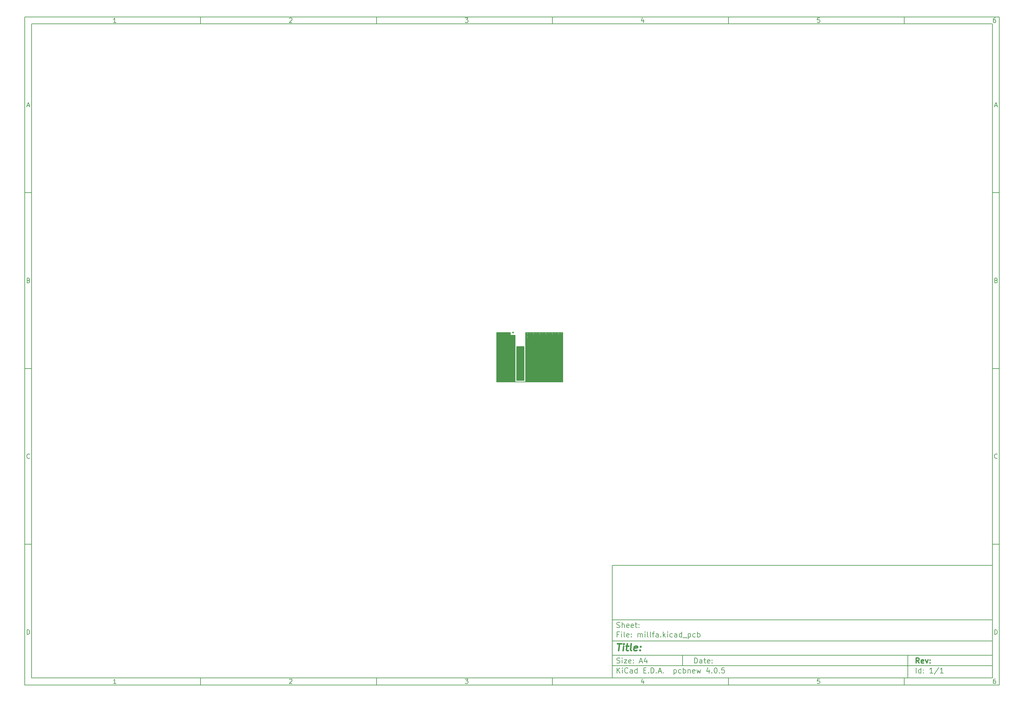
<source format=gbr>
%TF.GenerationSoftware,KiCad,Pcbnew,4.0.5*%
%TF.CreationDate,2017-03-15T23:01:03-07:00*%
%TF.ProjectId,millfa,6D696C6C66612E6B696361645F706362,rev?*%
%TF.FileFunction,Copper,L1,Top,Signal*%
%FSLAX46Y46*%
G04 Gerber Fmt 4.6, Leading zero omitted, Abs format (unit mm)*
G04 Created by KiCad (PCBNEW 4.0.5) date 03/15/17 23:01:03*
%MOMM*%
%LPD*%
G01*
G04 APERTURE LIST*
%ADD10C,0.025400*%
%ADD11C,0.150000*%
%ADD12C,0.300000*%
%ADD13C,0.400000*%
%ADD14C,0.500380*%
%ADD15R,2.290000X5.080000*%
%ADD16R,2.420000X5.080000*%
%ADD17C,0.970000*%
%ADD18R,0.460000X0.890000*%
%ADD19C,0.152400*%
G04 APERTURE END LIST*
D10*
D11*
X32984200Y-52075500D02*
X32984200Y-84075500D01*
X140984200Y-84075500D01*
X140984200Y-52075500D01*
X32984200Y-52075500D01*
D10*
D11*
X-134018000Y103931700D02*
X-134018000Y-86075500D01*
X142984200Y-86075500D01*
X142984200Y103931700D01*
X-134018000Y103931700D01*
D10*
D11*
X-132018000Y101931700D02*
X-132018000Y-84075500D01*
X140984200Y-84075500D01*
X140984200Y101931700D01*
X-132018000Y101931700D01*
D10*
D11*
X-84018000Y101931700D02*
X-84018000Y103931700D01*
D10*
D11*
X-34018000Y101931700D02*
X-34018000Y103931700D01*
D10*
D11*
X15982000Y101931700D02*
X15982000Y103931700D01*
D10*
D11*
X65982000Y101931700D02*
X65982000Y103931700D01*
D10*
D11*
X115982000Y101931700D02*
X115982000Y103931700D01*
D10*
D11*
X-108027524Y102343605D02*
X-108770381Y102343605D01*
X-108398952Y102343605D02*
X-108398952Y103643605D01*
X-108522762Y103457890D01*
X-108646571Y103334081D01*
X-108770381Y103272176D01*
D10*
D11*
X-58770381Y103519795D02*
X-58708476Y103581700D01*
X-58584667Y103643605D01*
X-58275143Y103643605D01*
X-58151333Y103581700D01*
X-58089429Y103519795D01*
X-58027524Y103395986D01*
X-58027524Y103272176D01*
X-58089429Y103086462D01*
X-58832286Y102343605D01*
X-58027524Y102343605D01*
D10*
D11*
X-8832286Y103643605D02*
X-8027524Y103643605D01*
X-8460857Y103148367D01*
X-8275143Y103148367D01*
X-8151333Y103086462D01*
X-8089429Y103024557D01*
X-8027524Y102900748D01*
X-8027524Y102591224D01*
X-8089429Y102467414D01*
X-8151333Y102405510D01*
X-8275143Y102343605D01*
X-8646571Y102343605D01*
X-8770381Y102405510D01*
X-8832286Y102467414D01*
D10*
D11*
X41848667Y103210271D02*
X41848667Y102343605D01*
X41539143Y103705510D02*
X41229619Y102776938D01*
X42034381Y102776938D01*
D10*
D11*
X91910571Y103643605D02*
X91291524Y103643605D01*
X91229619Y103024557D01*
X91291524Y103086462D01*
X91415333Y103148367D01*
X91724857Y103148367D01*
X91848667Y103086462D01*
X91910571Y103024557D01*
X91972476Y102900748D01*
X91972476Y102591224D01*
X91910571Y102467414D01*
X91848667Y102405510D01*
X91724857Y102343605D01*
X91415333Y102343605D01*
X91291524Y102405510D01*
X91229619Y102467414D01*
D10*
D11*
X141848667Y103643605D02*
X141601048Y103643605D01*
X141477238Y103581700D01*
X141415333Y103519795D01*
X141291524Y103334081D01*
X141229619Y103086462D01*
X141229619Y102591224D01*
X141291524Y102467414D01*
X141353429Y102405510D01*
X141477238Y102343605D01*
X141724857Y102343605D01*
X141848667Y102405510D01*
X141910571Y102467414D01*
X141972476Y102591224D01*
X141972476Y102900748D01*
X141910571Y103024557D01*
X141848667Y103086462D01*
X141724857Y103148367D01*
X141477238Y103148367D01*
X141353429Y103086462D01*
X141291524Y103024557D01*
X141229619Y102900748D01*
D10*
D11*
X-84018000Y-84075500D02*
X-84018000Y-86075500D01*
D10*
D11*
X-34018000Y-84075500D02*
X-34018000Y-86075500D01*
D10*
D11*
X15982000Y-84075500D02*
X15982000Y-86075500D01*
D10*
D11*
X65982000Y-84075500D02*
X65982000Y-86075500D01*
D10*
D11*
X115982000Y-84075500D02*
X115982000Y-86075500D01*
D10*
D11*
X-108027524Y-85663595D02*
X-108770381Y-85663595D01*
X-108398952Y-85663595D02*
X-108398952Y-84363595D01*
X-108522762Y-84549310D01*
X-108646571Y-84673119D01*
X-108770381Y-84735024D01*
D10*
D11*
X-58770381Y-84487405D02*
X-58708476Y-84425500D01*
X-58584667Y-84363595D01*
X-58275143Y-84363595D01*
X-58151333Y-84425500D01*
X-58089429Y-84487405D01*
X-58027524Y-84611214D01*
X-58027524Y-84735024D01*
X-58089429Y-84920738D01*
X-58832286Y-85663595D01*
X-58027524Y-85663595D01*
D10*
D11*
X-8832286Y-84363595D02*
X-8027524Y-84363595D01*
X-8460857Y-84858833D01*
X-8275143Y-84858833D01*
X-8151333Y-84920738D01*
X-8089429Y-84982643D01*
X-8027524Y-85106452D01*
X-8027524Y-85415976D01*
X-8089429Y-85539786D01*
X-8151333Y-85601690D01*
X-8275143Y-85663595D01*
X-8646571Y-85663595D01*
X-8770381Y-85601690D01*
X-8832286Y-85539786D01*
D10*
D11*
X41848667Y-84796929D02*
X41848667Y-85663595D01*
X41539143Y-84301690D02*
X41229619Y-85230262D01*
X42034381Y-85230262D01*
D10*
D11*
X91910571Y-84363595D02*
X91291524Y-84363595D01*
X91229619Y-84982643D01*
X91291524Y-84920738D01*
X91415333Y-84858833D01*
X91724857Y-84858833D01*
X91848667Y-84920738D01*
X91910571Y-84982643D01*
X91972476Y-85106452D01*
X91972476Y-85415976D01*
X91910571Y-85539786D01*
X91848667Y-85601690D01*
X91724857Y-85663595D01*
X91415333Y-85663595D01*
X91291524Y-85601690D01*
X91229619Y-85539786D01*
D10*
D11*
X141848667Y-84363595D02*
X141601048Y-84363595D01*
X141477238Y-84425500D01*
X141415333Y-84487405D01*
X141291524Y-84673119D01*
X141229619Y-84920738D01*
X141229619Y-85415976D01*
X141291524Y-85539786D01*
X141353429Y-85601690D01*
X141477238Y-85663595D01*
X141724857Y-85663595D01*
X141848667Y-85601690D01*
X141910571Y-85539786D01*
X141972476Y-85415976D01*
X141972476Y-85106452D01*
X141910571Y-84982643D01*
X141848667Y-84920738D01*
X141724857Y-84858833D01*
X141477238Y-84858833D01*
X141353429Y-84920738D01*
X141291524Y-84982643D01*
X141229619Y-85106452D01*
D10*
D11*
X-134018000Y53931700D02*
X-132018000Y53931700D01*
D10*
D11*
X-134018000Y3931700D02*
X-132018000Y3931700D01*
D10*
D11*
X-134018000Y-46068300D02*
X-132018000Y-46068300D01*
D10*
D11*
X-133327524Y78715033D02*
X-132708476Y78715033D01*
X-133451333Y78343605D02*
X-133018000Y79643605D01*
X-132584667Y78343605D01*
D10*
D11*
X-132925143Y29024557D02*
X-132739429Y28962652D01*
X-132677524Y28900748D01*
X-132615619Y28776938D01*
X-132615619Y28591224D01*
X-132677524Y28467414D01*
X-132739429Y28405510D01*
X-132863238Y28343605D01*
X-133358476Y28343605D01*
X-133358476Y29643605D01*
X-132925143Y29643605D01*
X-132801333Y29581700D01*
X-132739429Y29519795D01*
X-132677524Y29395986D01*
X-132677524Y29272176D01*
X-132739429Y29148367D01*
X-132801333Y29086462D01*
X-132925143Y29024557D01*
X-133358476Y29024557D01*
D10*
D11*
X-132615619Y-21532586D02*
X-132677524Y-21594490D01*
X-132863238Y-21656395D01*
X-132987048Y-21656395D01*
X-133172762Y-21594490D01*
X-133296571Y-21470681D01*
X-133358476Y-21346871D01*
X-133420381Y-21099252D01*
X-133420381Y-20913538D01*
X-133358476Y-20665919D01*
X-133296571Y-20542110D01*
X-133172762Y-20418300D01*
X-132987048Y-20356395D01*
X-132863238Y-20356395D01*
X-132677524Y-20418300D01*
X-132615619Y-20480205D01*
D10*
D11*
X-133358476Y-71656395D02*
X-133358476Y-70356395D01*
X-133048952Y-70356395D01*
X-132863238Y-70418300D01*
X-132739429Y-70542110D01*
X-132677524Y-70665919D01*
X-132615619Y-70913538D01*
X-132615619Y-71099252D01*
X-132677524Y-71346871D01*
X-132739429Y-71470681D01*
X-132863238Y-71594490D01*
X-133048952Y-71656395D01*
X-133358476Y-71656395D01*
D10*
D11*
X142984200Y53931700D02*
X140984200Y53931700D01*
D10*
D11*
X142984200Y3931700D02*
X140984200Y3931700D01*
D10*
D11*
X142984200Y-46068300D02*
X140984200Y-46068300D01*
D10*
D11*
X141674676Y78715033D02*
X142293724Y78715033D01*
X141550867Y78343605D02*
X141984200Y79643605D01*
X142417533Y78343605D01*
D10*
D11*
X142077057Y29024557D02*
X142262771Y28962652D01*
X142324676Y28900748D01*
X142386581Y28776938D01*
X142386581Y28591224D01*
X142324676Y28467414D01*
X142262771Y28405510D01*
X142138962Y28343605D01*
X141643724Y28343605D01*
X141643724Y29643605D01*
X142077057Y29643605D01*
X142200867Y29581700D01*
X142262771Y29519795D01*
X142324676Y29395986D01*
X142324676Y29272176D01*
X142262771Y29148367D01*
X142200867Y29086462D01*
X142077057Y29024557D01*
X141643724Y29024557D01*
D10*
D11*
X142386581Y-21532586D02*
X142324676Y-21594490D01*
X142138962Y-21656395D01*
X142015152Y-21656395D01*
X141829438Y-21594490D01*
X141705629Y-21470681D01*
X141643724Y-21346871D01*
X141581819Y-21099252D01*
X141581819Y-20913538D01*
X141643724Y-20665919D01*
X141705629Y-20542110D01*
X141829438Y-20418300D01*
X142015152Y-20356395D01*
X142138962Y-20356395D01*
X142324676Y-20418300D01*
X142386581Y-20480205D01*
D10*
D11*
X141643724Y-71656395D02*
X141643724Y-70356395D01*
X141953248Y-70356395D01*
X142138962Y-70418300D01*
X142262771Y-70542110D01*
X142324676Y-70665919D01*
X142386581Y-70913538D01*
X142386581Y-71099252D01*
X142324676Y-71346871D01*
X142262771Y-71470681D01*
X142138962Y-71594490D01*
X141953248Y-71656395D01*
X141643724Y-71656395D01*
D10*
D11*
X56341343Y-79854071D02*
X56341343Y-78354071D01*
X56698486Y-78354071D01*
X56912771Y-78425500D01*
X57055629Y-78568357D01*
X57127057Y-78711214D01*
X57198486Y-78996929D01*
X57198486Y-79211214D01*
X57127057Y-79496929D01*
X57055629Y-79639786D01*
X56912771Y-79782643D01*
X56698486Y-79854071D01*
X56341343Y-79854071D01*
X58484200Y-79854071D02*
X58484200Y-79068357D01*
X58412771Y-78925500D01*
X58269914Y-78854071D01*
X57984200Y-78854071D01*
X57841343Y-78925500D01*
X58484200Y-79782643D02*
X58341343Y-79854071D01*
X57984200Y-79854071D01*
X57841343Y-79782643D01*
X57769914Y-79639786D01*
X57769914Y-79496929D01*
X57841343Y-79354071D01*
X57984200Y-79282643D01*
X58341343Y-79282643D01*
X58484200Y-79211214D01*
X58984200Y-78854071D02*
X59555629Y-78854071D01*
X59198486Y-78354071D02*
X59198486Y-79639786D01*
X59269914Y-79782643D01*
X59412772Y-79854071D01*
X59555629Y-79854071D01*
X60627057Y-79782643D02*
X60484200Y-79854071D01*
X60198486Y-79854071D01*
X60055629Y-79782643D01*
X59984200Y-79639786D01*
X59984200Y-79068357D01*
X60055629Y-78925500D01*
X60198486Y-78854071D01*
X60484200Y-78854071D01*
X60627057Y-78925500D01*
X60698486Y-79068357D01*
X60698486Y-79211214D01*
X59984200Y-79354071D01*
X61341343Y-79711214D02*
X61412771Y-79782643D01*
X61341343Y-79854071D01*
X61269914Y-79782643D01*
X61341343Y-79711214D01*
X61341343Y-79854071D01*
X61341343Y-78925500D02*
X61412771Y-78996929D01*
X61341343Y-79068357D01*
X61269914Y-78996929D01*
X61341343Y-78925500D01*
X61341343Y-79068357D01*
D10*
D11*
X32984200Y-80575500D02*
X140984200Y-80575500D01*
D10*
D11*
X34341343Y-82654071D02*
X34341343Y-81154071D01*
X35198486Y-82654071D02*
X34555629Y-81796929D01*
X35198486Y-81154071D02*
X34341343Y-82011214D01*
X35841343Y-82654071D02*
X35841343Y-81654071D01*
X35841343Y-81154071D02*
X35769914Y-81225500D01*
X35841343Y-81296929D01*
X35912771Y-81225500D01*
X35841343Y-81154071D01*
X35841343Y-81296929D01*
X37412772Y-82511214D02*
X37341343Y-82582643D01*
X37127057Y-82654071D01*
X36984200Y-82654071D01*
X36769915Y-82582643D01*
X36627057Y-82439786D01*
X36555629Y-82296929D01*
X36484200Y-82011214D01*
X36484200Y-81796929D01*
X36555629Y-81511214D01*
X36627057Y-81368357D01*
X36769915Y-81225500D01*
X36984200Y-81154071D01*
X37127057Y-81154071D01*
X37341343Y-81225500D01*
X37412772Y-81296929D01*
X38698486Y-82654071D02*
X38698486Y-81868357D01*
X38627057Y-81725500D01*
X38484200Y-81654071D01*
X38198486Y-81654071D01*
X38055629Y-81725500D01*
X38698486Y-82582643D02*
X38555629Y-82654071D01*
X38198486Y-82654071D01*
X38055629Y-82582643D01*
X37984200Y-82439786D01*
X37984200Y-82296929D01*
X38055629Y-82154071D01*
X38198486Y-82082643D01*
X38555629Y-82082643D01*
X38698486Y-82011214D01*
X40055629Y-82654071D02*
X40055629Y-81154071D01*
X40055629Y-82582643D02*
X39912772Y-82654071D01*
X39627058Y-82654071D01*
X39484200Y-82582643D01*
X39412772Y-82511214D01*
X39341343Y-82368357D01*
X39341343Y-81939786D01*
X39412772Y-81796929D01*
X39484200Y-81725500D01*
X39627058Y-81654071D01*
X39912772Y-81654071D01*
X40055629Y-81725500D01*
X41912772Y-81868357D02*
X42412772Y-81868357D01*
X42627058Y-82654071D02*
X41912772Y-82654071D01*
X41912772Y-81154071D01*
X42627058Y-81154071D01*
X43269915Y-82511214D02*
X43341343Y-82582643D01*
X43269915Y-82654071D01*
X43198486Y-82582643D01*
X43269915Y-82511214D01*
X43269915Y-82654071D01*
X43984201Y-82654071D02*
X43984201Y-81154071D01*
X44341344Y-81154071D01*
X44555629Y-81225500D01*
X44698487Y-81368357D01*
X44769915Y-81511214D01*
X44841344Y-81796929D01*
X44841344Y-82011214D01*
X44769915Y-82296929D01*
X44698487Y-82439786D01*
X44555629Y-82582643D01*
X44341344Y-82654071D01*
X43984201Y-82654071D01*
X45484201Y-82511214D02*
X45555629Y-82582643D01*
X45484201Y-82654071D01*
X45412772Y-82582643D01*
X45484201Y-82511214D01*
X45484201Y-82654071D01*
X46127058Y-82225500D02*
X46841344Y-82225500D01*
X45984201Y-82654071D02*
X46484201Y-81154071D01*
X46984201Y-82654071D01*
X47484201Y-82511214D02*
X47555629Y-82582643D01*
X47484201Y-82654071D01*
X47412772Y-82582643D01*
X47484201Y-82511214D01*
X47484201Y-82654071D01*
X50484201Y-81654071D02*
X50484201Y-83154071D01*
X50484201Y-81725500D02*
X50627058Y-81654071D01*
X50912772Y-81654071D01*
X51055629Y-81725500D01*
X51127058Y-81796929D01*
X51198487Y-81939786D01*
X51198487Y-82368357D01*
X51127058Y-82511214D01*
X51055629Y-82582643D01*
X50912772Y-82654071D01*
X50627058Y-82654071D01*
X50484201Y-82582643D01*
X52484201Y-82582643D02*
X52341344Y-82654071D01*
X52055630Y-82654071D01*
X51912772Y-82582643D01*
X51841344Y-82511214D01*
X51769915Y-82368357D01*
X51769915Y-81939786D01*
X51841344Y-81796929D01*
X51912772Y-81725500D01*
X52055630Y-81654071D01*
X52341344Y-81654071D01*
X52484201Y-81725500D01*
X53127058Y-82654071D02*
X53127058Y-81154071D01*
X53127058Y-81725500D02*
X53269915Y-81654071D01*
X53555629Y-81654071D01*
X53698486Y-81725500D01*
X53769915Y-81796929D01*
X53841344Y-81939786D01*
X53841344Y-82368357D01*
X53769915Y-82511214D01*
X53698486Y-82582643D01*
X53555629Y-82654071D01*
X53269915Y-82654071D01*
X53127058Y-82582643D01*
X54484201Y-81654071D02*
X54484201Y-82654071D01*
X54484201Y-81796929D02*
X54555629Y-81725500D01*
X54698487Y-81654071D01*
X54912772Y-81654071D01*
X55055629Y-81725500D01*
X55127058Y-81868357D01*
X55127058Y-82654071D01*
X56412772Y-82582643D02*
X56269915Y-82654071D01*
X55984201Y-82654071D01*
X55841344Y-82582643D01*
X55769915Y-82439786D01*
X55769915Y-81868357D01*
X55841344Y-81725500D01*
X55984201Y-81654071D01*
X56269915Y-81654071D01*
X56412772Y-81725500D01*
X56484201Y-81868357D01*
X56484201Y-82011214D01*
X55769915Y-82154071D01*
X56984201Y-81654071D02*
X57269915Y-82654071D01*
X57555629Y-81939786D01*
X57841344Y-82654071D01*
X58127058Y-81654071D01*
X60484201Y-81654071D02*
X60484201Y-82654071D01*
X60127058Y-81082643D02*
X59769915Y-82154071D01*
X60698487Y-82154071D01*
X61269915Y-82511214D02*
X61341343Y-82582643D01*
X61269915Y-82654071D01*
X61198486Y-82582643D01*
X61269915Y-82511214D01*
X61269915Y-82654071D01*
X62269915Y-81154071D02*
X62412772Y-81154071D01*
X62555629Y-81225500D01*
X62627058Y-81296929D01*
X62698487Y-81439786D01*
X62769915Y-81725500D01*
X62769915Y-82082643D01*
X62698487Y-82368357D01*
X62627058Y-82511214D01*
X62555629Y-82582643D01*
X62412772Y-82654071D01*
X62269915Y-82654071D01*
X62127058Y-82582643D01*
X62055629Y-82511214D01*
X61984201Y-82368357D01*
X61912772Y-82082643D01*
X61912772Y-81725500D01*
X61984201Y-81439786D01*
X62055629Y-81296929D01*
X62127058Y-81225500D01*
X62269915Y-81154071D01*
X63412772Y-82511214D02*
X63484200Y-82582643D01*
X63412772Y-82654071D01*
X63341343Y-82582643D01*
X63412772Y-82511214D01*
X63412772Y-82654071D01*
X64841344Y-81154071D02*
X64127058Y-81154071D01*
X64055629Y-81868357D01*
X64127058Y-81796929D01*
X64269915Y-81725500D01*
X64627058Y-81725500D01*
X64769915Y-81796929D01*
X64841344Y-81868357D01*
X64912772Y-82011214D01*
X64912772Y-82368357D01*
X64841344Y-82511214D01*
X64769915Y-82582643D01*
X64627058Y-82654071D01*
X64269915Y-82654071D01*
X64127058Y-82582643D01*
X64055629Y-82511214D01*
D10*
D11*
X32984200Y-77575500D02*
X140984200Y-77575500D01*
D10*
D12*
X120198486Y-79854071D02*
X119698486Y-79139786D01*
X119341343Y-79854071D02*
X119341343Y-78354071D01*
X119912771Y-78354071D01*
X120055629Y-78425500D01*
X120127057Y-78496929D01*
X120198486Y-78639786D01*
X120198486Y-78854071D01*
X120127057Y-78996929D01*
X120055629Y-79068357D01*
X119912771Y-79139786D01*
X119341343Y-79139786D01*
X121412771Y-79782643D02*
X121269914Y-79854071D01*
X120984200Y-79854071D01*
X120841343Y-79782643D01*
X120769914Y-79639786D01*
X120769914Y-79068357D01*
X120841343Y-78925500D01*
X120984200Y-78854071D01*
X121269914Y-78854071D01*
X121412771Y-78925500D01*
X121484200Y-79068357D01*
X121484200Y-79211214D01*
X120769914Y-79354071D01*
X121984200Y-78854071D02*
X122341343Y-79854071D01*
X122698485Y-78854071D01*
X123269914Y-79711214D02*
X123341342Y-79782643D01*
X123269914Y-79854071D01*
X123198485Y-79782643D01*
X123269914Y-79711214D01*
X123269914Y-79854071D01*
X123269914Y-78925500D02*
X123341342Y-78996929D01*
X123269914Y-79068357D01*
X123198485Y-78996929D01*
X123269914Y-78925500D01*
X123269914Y-79068357D01*
D10*
D11*
X34269914Y-79782643D02*
X34484200Y-79854071D01*
X34841343Y-79854071D01*
X34984200Y-79782643D01*
X35055629Y-79711214D01*
X35127057Y-79568357D01*
X35127057Y-79425500D01*
X35055629Y-79282643D01*
X34984200Y-79211214D01*
X34841343Y-79139786D01*
X34555629Y-79068357D01*
X34412771Y-78996929D01*
X34341343Y-78925500D01*
X34269914Y-78782643D01*
X34269914Y-78639786D01*
X34341343Y-78496929D01*
X34412771Y-78425500D01*
X34555629Y-78354071D01*
X34912771Y-78354071D01*
X35127057Y-78425500D01*
X35769914Y-79854071D02*
X35769914Y-78854071D01*
X35769914Y-78354071D02*
X35698485Y-78425500D01*
X35769914Y-78496929D01*
X35841342Y-78425500D01*
X35769914Y-78354071D01*
X35769914Y-78496929D01*
X36341343Y-78854071D02*
X37127057Y-78854071D01*
X36341343Y-79854071D01*
X37127057Y-79854071D01*
X38269914Y-79782643D02*
X38127057Y-79854071D01*
X37841343Y-79854071D01*
X37698486Y-79782643D01*
X37627057Y-79639786D01*
X37627057Y-79068357D01*
X37698486Y-78925500D01*
X37841343Y-78854071D01*
X38127057Y-78854071D01*
X38269914Y-78925500D01*
X38341343Y-79068357D01*
X38341343Y-79211214D01*
X37627057Y-79354071D01*
X38984200Y-79711214D02*
X39055628Y-79782643D01*
X38984200Y-79854071D01*
X38912771Y-79782643D01*
X38984200Y-79711214D01*
X38984200Y-79854071D01*
X38984200Y-78925500D02*
X39055628Y-78996929D01*
X38984200Y-79068357D01*
X38912771Y-78996929D01*
X38984200Y-78925500D01*
X38984200Y-79068357D01*
X40769914Y-79425500D02*
X41484200Y-79425500D01*
X40627057Y-79854071D02*
X41127057Y-78354071D01*
X41627057Y-79854071D01*
X42769914Y-78854071D02*
X42769914Y-79854071D01*
X42412771Y-78282643D02*
X42055628Y-79354071D01*
X42984200Y-79354071D01*
D10*
D11*
X119341343Y-82654071D02*
X119341343Y-81154071D01*
X120698486Y-82654071D02*
X120698486Y-81154071D01*
X120698486Y-82582643D02*
X120555629Y-82654071D01*
X120269915Y-82654071D01*
X120127057Y-82582643D01*
X120055629Y-82511214D01*
X119984200Y-82368357D01*
X119984200Y-81939786D01*
X120055629Y-81796929D01*
X120127057Y-81725500D01*
X120269915Y-81654071D01*
X120555629Y-81654071D01*
X120698486Y-81725500D01*
X121412772Y-82511214D02*
X121484200Y-82582643D01*
X121412772Y-82654071D01*
X121341343Y-82582643D01*
X121412772Y-82511214D01*
X121412772Y-82654071D01*
X121412772Y-81725500D02*
X121484200Y-81796929D01*
X121412772Y-81868357D01*
X121341343Y-81796929D01*
X121412772Y-81725500D01*
X121412772Y-81868357D01*
X124055629Y-82654071D02*
X123198486Y-82654071D01*
X123627058Y-82654071D02*
X123627058Y-81154071D01*
X123484201Y-81368357D01*
X123341343Y-81511214D01*
X123198486Y-81582643D01*
X125769914Y-81082643D02*
X124484200Y-83011214D01*
X127055629Y-82654071D02*
X126198486Y-82654071D01*
X126627058Y-82654071D02*
X126627058Y-81154071D01*
X126484201Y-81368357D01*
X126341343Y-81511214D01*
X126198486Y-81582643D01*
D10*
D11*
X32984200Y-73575500D02*
X140984200Y-73575500D01*
D10*
D13*
X34436581Y-74280262D02*
X35579438Y-74280262D01*
X34758010Y-76280262D02*
X35008010Y-74280262D01*
X35996105Y-76280262D02*
X36162771Y-74946929D01*
X36246105Y-74280262D02*
X36138962Y-74375500D01*
X36222295Y-74470738D01*
X36329439Y-74375500D01*
X36246105Y-74280262D01*
X36222295Y-74470738D01*
X36829438Y-74946929D02*
X37591343Y-74946929D01*
X37198486Y-74280262D02*
X36984200Y-75994548D01*
X37055630Y-76185024D01*
X37234201Y-76280262D01*
X37424677Y-76280262D01*
X38377058Y-76280262D02*
X38198487Y-76185024D01*
X38127057Y-75994548D01*
X38341343Y-74280262D01*
X39912772Y-76185024D02*
X39710391Y-76280262D01*
X39329439Y-76280262D01*
X39150867Y-76185024D01*
X39079438Y-75994548D01*
X39174676Y-75232643D01*
X39293724Y-75042167D01*
X39496105Y-74946929D01*
X39877057Y-74946929D01*
X40055629Y-75042167D01*
X40127057Y-75232643D01*
X40103248Y-75423119D01*
X39127057Y-75613595D01*
X40877057Y-76089786D02*
X40960392Y-76185024D01*
X40853248Y-76280262D01*
X40769915Y-76185024D01*
X40877057Y-76089786D01*
X40853248Y-76280262D01*
X41008010Y-75042167D02*
X41091344Y-75137405D01*
X40984200Y-75232643D01*
X40900867Y-75137405D01*
X41008010Y-75042167D01*
X40984200Y-75232643D01*
D10*
D11*
X34841343Y-71668357D02*
X34341343Y-71668357D01*
X34341343Y-72454071D02*
X34341343Y-70954071D01*
X35055629Y-70954071D01*
X35627057Y-72454071D02*
X35627057Y-71454071D01*
X35627057Y-70954071D02*
X35555628Y-71025500D01*
X35627057Y-71096929D01*
X35698485Y-71025500D01*
X35627057Y-70954071D01*
X35627057Y-71096929D01*
X36555629Y-72454071D02*
X36412771Y-72382643D01*
X36341343Y-72239786D01*
X36341343Y-70954071D01*
X37698485Y-72382643D02*
X37555628Y-72454071D01*
X37269914Y-72454071D01*
X37127057Y-72382643D01*
X37055628Y-72239786D01*
X37055628Y-71668357D01*
X37127057Y-71525500D01*
X37269914Y-71454071D01*
X37555628Y-71454071D01*
X37698485Y-71525500D01*
X37769914Y-71668357D01*
X37769914Y-71811214D01*
X37055628Y-71954071D01*
X38412771Y-72311214D02*
X38484199Y-72382643D01*
X38412771Y-72454071D01*
X38341342Y-72382643D01*
X38412771Y-72311214D01*
X38412771Y-72454071D01*
X38412771Y-71525500D02*
X38484199Y-71596929D01*
X38412771Y-71668357D01*
X38341342Y-71596929D01*
X38412771Y-71525500D01*
X38412771Y-71668357D01*
X40269914Y-72454071D02*
X40269914Y-71454071D01*
X40269914Y-71596929D02*
X40341342Y-71525500D01*
X40484200Y-71454071D01*
X40698485Y-71454071D01*
X40841342Y-71525500D01*
X40912771Y-71668357D01*
X40912771Y-72454071D01*
X40912771Y-71668357D02*
X40984200Y-71525500D01*
X41127057Y-71454071D01*
X41341342Y-71454071D01*
X41484200Y-71525500D01*
X41555628Y-71668357D01*
X41555628Y-72454071D01*
X42269914Y-72454071D02*
X42269914Y-71454071D01*
X42269914Y-70954071D02*
X42198485Y-71025500D01*
X42269914Y-71096929D01*
X42341342Y-71025500D01*
X42269914Y-70954071D01*
X42269914Y-71096929D01*
X43198486Y-72454071D02*
X43055628Y-72382643D01*
X42984200Y-72239786D01*
X42984200Y-70954071D01*
X43984200Y-72454071D02*
X43841342Y-72382643D01*
X43769914Y-72239786D01*
X43769914Y-70954071D01*
X44341342Y-71454071D02*
X44912771Y-71454071D01*
X44555628Y-72454071D02*
X44555628Y-71168357D01*
X44627056Y-71025500D01*
X44769914Y-70954071D01*
X44912771Y-70954071D01*
X46055628Y-72454071D02*
X46055628Y-71668357D01*
X45984199Y-71525500D01*
X45841342Y-71454071D01*
X45555628Y-71454071D01*
X45412771Y-71525500D01*
X46055628Y-72382643D02*
X45912771Y-72454071D01*
X45555628Y-72454071D01*
X45412771Y-72382643D01*
X45341342Y-72239786D01*
X45341342Y-72096929D01*
X45412771Y-71954071D01*
X45555628Y-71882643D01*
X45912771Y-71882643D01*
X46055628Y-71811214D01*
X46769914Y-72311214D02*
X46841342Y-72382643D01*
X46769914Y-72454071D01*
X46698485Y-72382643D01*
X46769914Y-72311214D01*
X46769914Y-72454071D01*
X47484200Y-72454071D02*
X47484200Y-70954071D01*
X47627057Y-71882643D02*
X48055628Y-72454071D01*
X48055628Y-71454071D02*
X47484200Y-72025500D01*
X48698486Y-72454071D02*
X48698486Y-71454071D01*
X48698486Y-70954071D02*
X48627057Y-71025500D01*
X48698486Y-71096929D01*
X48769914Y-71025500D01*
X48698486Y-70954071D01*
X48698486Y-71096929D01*
X50055629Y-72382643D02*
X49912772Y-72454071D01*
X49627058Y-72454071D01*
X49484200Y-72382643D01*
X49412772Y-72311214D01*
X49341343Y-72168357D01*
X49341343Y-71739786D01*
X49412772Y-71596929D01*
X49484200Y-71525500D01*
X49627058Y-71454071D01*
X49912772Y-71454071D01*
X50055629Y-71525500D01*
X51341343Y-72454071D02*
X51341343Y-71668357D01*
X51269914Y-71525500D01*
X51127057Y-71454071D01*
X50841343Y-71454071D01*
X50698486Y-71525500D01*
X51341343Y-72382643D02*
X51198486Y-72454071D01*
X50841343Y-72454071D01*
X50698486Y-72382643D01*
X50627057Y-72239786D01*
X50627057Y-72096929D01*
X50698486Y-71954071D01*
X50841343Y-71882643D01*
X51198486Y-71882643D01*
X51341343Y-71811214D01*
X52698486Y-72454071D02*
X52698486Y-70954071D01*
X52698486Y-72382643D02*
X52555629Y-72454071D01*
X52269915Y-72454071D01*
X52127057Y-72382643D01*
X52055629Y-72311214D01*
X51984200Y-72168357D01*
X51984200Y-71739786D01*
X52055629Y-71596929D01*
X52127057Y-71525500D01*
X52269915Y-71454071D01*
X52555629Y-71454071D01*
X52698486Y-71525500D01*
X53055629Y-72596929D02*
X54198486Y-72596929D01*
X54555629Y-71454071D02*
X54555629Y-72954071D01*
X54555629Y-71525500D02*
X54698486Y-71454071D01*
X54984200Y-71454071D01*
X55127057Y-71525500D01*
X55198486Y-71596929D01*
X55269915Y-71739786D01*
X55269915Y-72168357D01*
X55198486Y-72311214D01*
X55127057Y-72382643D01*
X54984200Y-72454071D01*
X54698486Y-72454071D01*
X54555629Y-72382643D01*
X56555629Y-72382643D02*
X56412772Y-72454071D01*
X56127058Y-72454071D01*
X55984200Y-72382643D01*
X55912772Y-72311214D01*
X55841343Y-72168357D01*
X55841343Y-71739786D01*
X55912772Y-71596929D01*
X55984200Y-71525500D01*
X56127058Y-71454071D01*
X56412772Y-71454071D01*
X56555629Y-71525500D01*
X57198486Y-72454071D02*
X57198486Y-70954071D01*
X57198486Y-71525500D02*
X57341343Y-71454071D01*
X57627057Y-71454071D01*
X57769914Y-71525500D01*
X57841343Y-71596929D01*
X57912772Y-71739786D01*
X57912772Y-72168357D01*
X57841343Y-72311214D01*
X57769914Y-72382643D01*
X57627057Y-72454071D01*
X57341343Y-72454071D01*
X57198486Y-72382643D01*
D10*
D11*
X32984200Y-67575500D02*
X140984200Y-67575500D01*
D10*
D11*
X34269914Y-69682643D02*
X34484200Y-69754071D01*
X34841343Y-69754071D01*
X34984200Y-69682643D01*
X35055629Y-69611214D01*
X35127057Y-69468357D01*
X35127057Y-69325500D01*
X35055629Y-69182643D01*
X34984200Y-69111214D01*
X34841343Y-69039786D01*
X34555629Y-68968357D01*
X34412771Y-68896929D01*
X34341343Y-68825500D01*
X34269914Y-68682643D01*
X34269914Y-68539786D01*
X34341343Y-68396929D01*
X34412771Y-68325500D01*
X34555629Y-68254071D01*
X34912771Y-68254071D01*
X35127057Y-68325500D01*
X35769914Y-69754071D02*
X35769914Y-68254071D01*
X36412771Y-69754071D02*
X36412771Y-68968357D01*
X36341342Y-68825500D01*
X36198485Y-68754071D01*
X35984200Y-68754071D01*
X35841342Y-68825500D01*
X35769914Y-68896929D01*
X37698485Y-69682643D02*
X37555628Y-69754071D01*
X37269914Y-69754071D01*
X37127057Y-69682643D01*
X37055628Y-69539786D01*
X37055628Y-68968357D01*
X37127057Y-68825500D01*
X37269914Y-68754071D01*
X37555628Y-68754071D01*
X37698485Y-68825500D01*
X37769914Y-68968357D01*
X37769914Y-69111214D01*
X37055628Y-69254071D01*
X38984199Y-69682643D02*
X38841342Y-69754071D01*
X38555628Y-69754071D01*
X38412771Y-69682643D01*
X38341342Y-69539786D01*
X38341342Y-68968357D01*
X38412771Y-68825500D01*
X38555628Y-68754071D01*
X38841342Y-68754071D01*
X38984199Y-68825500D01*
X39055628Y-68968357D01*
X39055628Y-69111214D01*
X38341342Y-69254071D01*
X39484199Y-68754071D02*
X40055628Y-68754071D01*
X39698485Y-68254071D02*
X39698485Y-69539786D01*
X39769913Y-69682643D01*
X39912771Y-69754071D01*
X40055628Y-69754071D01*
X40555628Y-69611214D02*
X40627056Y-69682643D01*
X40555628Y-69754071D01*
X40484199Y-69682643D01*
X40555628Y-69611214D01*
X40555628Y-69754071D01*
X40555628Y-68825500D02*
X40627056Y-68896929D01*
X40555628Y-68968357D01*
X40484199Y-68896929D01*
X40555628Y-68825500D01*
X40555628Y-68968357D01*
D10*
D11*
X52984200Y-77575500D02*
X52984200Y-80575500D01*
D10*
D11*
X116984200Y-77575500D02*
X116984200Y-84075500D01*
D14*
X4762500Y14160500D03*
X8699500Y12890500D03*
X8699500Y13779500D03*
X9588500Y13779500D03*
X10477500Y13779500D03*
X11366500Y13779500D03*
X12255500Y13779500D03*
X13144500Y13779500D03*
X14033500Y13779500D03*
X14922500Y13779500D03*
X15811500Y13779500D03*
D15*
X6858000Y3017100D03*
D16*
X2478000Y3017100D03*
X11238000Y3017100D03*
D17*
X2478000Y6457100D03*
X11238000Y6457100D03*
D18*
X2478000Y6007100D03*
X11238000Y6007100D03*
D14*
X16700500Y13779500D03*
X17589500Y13779500D03*
X18478500Y13779500D03*
D19*
X76200Y14147800D02*
X3975100Y14147800D01*
X8356600Y14147800D02*
X18910300Y14147800D01*
X76200Y14046200D02*
X3975100Y14046200D01*
X8356600Y14046200D02*
X8504679Y14046200D01*
X8894447Y14046200D02*
X9393679Y14046200D01*
X9783447Y14046200D02*
X10282679Y14046200D01*
X10672447Y14046200D02*
X11171679Y14046200D01*
X11561447Y14046200D02*
X12060679Y14046200D01*
X12450447Y14046200D02*
X12949679Y14046200D01*
X13339447Y14046200D02*
X13838679Y14046200D01*
X14228447Y14046200D02*
X14727679Y14046200D01*
X15117447Y14046200D02*
X15616679Y14046200D01*
X16006447Y14046200D02*
X16505679Y14046200D01*
X16895447Y14046200D02*
X17394679Y14046200D01*
X17784447Y14046200D02*
X18283679Y14046200D01*
X18673447Y14046200D02*
X18910300Y14046200D01*
X76200Y13944600D02*
X3975100Y13944600D01*
X8356600Y13944600D02*
X8414647Y13944600D01*
X8984436Y13944600D02*
X9303647Y13944600D01*
X9873436Y13944600D02*
X10192647Y13944600D01*
X10762436Y13944600D02*
X11081647Y13944600D01*
X11651436Y13944600D02*
X11970647Y13944600D01*
X12540436Y13944600D02*
X12859647Y13944600D01*
X13429436Y13944600D02*
X13748647Y13944600D01*
X14318436Y13944600D02*
X14637647Y13944600D01*
X15207436Y13944600D02*
X15526647Y13944600D01*
X16096436Y13944600D02*
X16415647Y13944600D01*
X16985436Y13944600D02*
X17304647Y13944600D01*
X17874436Y13944600D02*
X18193647Y13944600D01*
X18763436Y13944600D02*
X18910300Y13944600D01*
X76200Y13843000D02*
X3975100Y13843000D01*
X8356600Y13843000D02*
X8373166Y13843000D01*
X9025945Y13843000D02*
X9262166Y13843000D01*
X9914945Y13843000D02*
X10151166Y13843000D01*
X10803945Y13843000D02*
X11040166Y13843000D01*
X11692945Y13843000D02*
X11929166Y13843000D01*
X12581945Y13843000D02*
X12818166Y13843000D01*
X13470945Y13843000D02*
X13707166Y13843000D01*
X14359945Y13843000D02*
X14596166Y13843000D01*
X15248945Y13843000D02*
X15485166Y13843000D01*
X16137945Y13843000D02*
X16374166Y13843000D01*
X17026945Y13843000D02*
X17263166Y13843000D01*
X17915945Y13843000D02*
X18152166Y13843000D01*
X18804945Y13843000D02*
X18910300Y13843000D01*
X76200Y13741400D02*
X3975100Y13741400D01*
X8356600Y13741400D02*
X8373078Y13741400D01*
X9025856Y13741400D02*
X9262078Y13741400D01*
X9914856Y13741400D02*
X10151078Y13741400D01*
X10803856Y13741400D02*
X11040078Y13741400D01*
X11692856Y13741400D02*
X11929078Y13741400D01*
X12581856Y13741400D02*
X12818078Y13741400D01*
X13470856Y13741400D02*
X13707078Y13741400D01*
X14359856Y13741400D02*
X14596078Y13741400D01*
X15248856Y13741400D02*
X15485078Y13741400D01*
X16137856Y13741400D02*
X16374078Y13741400D01*
X17026856Y13741400D02*
X17263078Y13741400D01*
X17915856Y13741400D02*
X18152078Y13741400D01*
X18804856Y13741400D02*
X18910300Y13741400D01*
X76200Y13639800D02*
X3975100Y13639800D01*
X8356600Y13639800D02*
X8404068Y13639800D01*
X8994900Y13639800D02*
X9293068Y13639800D01*
X9883900Y13639800D02*
X10182068Y13639800D01*
X10772900Y13639800D02*
X11071068Y13639800D01*
X11661900Y13639800D02*
X11960068Y13639800D01*
X12550900Y13639800D02*
X12849068Y13639800D01*
X13439900Y13639800D02*
X13738068Y13639800D01*
X14328900Y13639800D02*
X14627068Y13639800D01*
X15217900Y13639800D02*
X15516068Y13639800D01*
X16106900Y13639800D02*
X16405068Y13639800D01*
X16995900Y13639800D02*
X17294068Y13639800D01*
X17884900Y13639800D02*
X18183068Y13639800D01*
X18773900Y13639800D02*
X18910300Y13639800D01*
X76200Y13538200D02*
X3975100Y13538200D01*
X8356600Y13538200D02*
X8479197Y13538200D01*
X8919766Y13538200D02*
X9368197Y13538200D01*
X9808766Y13538200D02*
X10257197Y13538200D01*
X10697766Y13538200D02*
X11146197Y13538200D01*
X11586766Y13538200D02*
X12035197Y13538200D01*
X12475766Y13538200D02*
X12924197Y13538200D01*
X13364766Y13538200D02*
X13813197Y13538200D01*
X14253766Y13538200D02*
X14702197Y13538200D01*
X15142766Y13538200D02*
X15591197Y13538200D01*
X16031766Y13538200D02*
X16480197Y13538200D01*
X16920766Y13538200D02*
X17369197Y13538200D01*
X17809766Y13538200D02*
X18258197Y13538200D01*
X18698766Y13538200D02*
X18910300Y13538200D01*
X76200Y13436600D02*
X3977671Y13436600D01*
X8356600Y13436600D02*
X18910300Y13436600D01*
X76200Y13335000D02*
X5359400Y13335000D01*
X8356600Y13335000D02*
X18910300Y13335000D01*
X76200Y13233400D02*
X5359400Y13233400D01*
X8356600Y13233400D02*
X18910300Y13233400D01*
X76200Y13131800D02*
X5359400Y13131800D01*
X8356600Y13131800D02*
X8479234Y13131800D01*
X8919803Y13131800D02*
X18910300Y13131800D01*
X76200Y13030200D02*
X5359400Y13030200D01*
X8356600Y13030200D02*
X8404100Y13030200D01*
X8994932Y13030200D02*
X18910300Y13030200D01*
X76200Y12928600D02*
X5359400Y12928600D01*
X8356600Y12928600D02*
X8373144Y12928600D01*
X9025922Y12928600D02*
X18910300Y12928600D01*
X76200Y12827000D02*
X5359400Y12827000D01*
X8356600Y12827000D02*
X8373055Y12827000D01*
X9025834Y12827000D02*
X18910300Y12827000D01*
X76200Y12725400D02*
X5359400Y12725400D01*
X8356600Y12725400D02*
X8414564Y12725400D01*
X8984353Y12725400D02*
X18910300Y12725400D01*
X76200Y12623800D02*
X5359400Y12623800D01*
X8356600Y12623800D02*
X8504553Y12623800D01*
X8894321Y12623800D02*
X18910300Y12623800D01*
X76200Y12522200D02*
X5359400Y12522200D01*
X8356600Y12522200D02*
X18910300Y12522200D01*
X76200Y12420600D02*
X5359400Y12420600D01*
X8356600Y12420600D02*
X18910300Y12420600D01*
X76200Y12319000D02*
X5359400Y12319000D01*
X8356600Y12319000D02*
X18910300Y12319000D01*
X76200Y12217400D02*
X5359400Y12217400D01*
X8356600Y12217400D02*
X18910300Y12217400D01*
X76200Y12115800D02*
X5359400Y12115800D01*
X8356600Y12115800D02*
X18910300Y12115800D01*
X76200Y12014200D02*
X5359400Y12014200D01*
X8356600Y12014200D02*
X18910300Y12014200D01*
X76200Y11912600D02*
X5359400Y11912600D01*
X8356600Y11912600D02*
X18910300Y11912600D01*
X76200Y11811000D02*
X5359400Y11811000D01*
X8356600Y11811000D02*
X18910300Y11811000D01*
X76200Y11709400D02*
X5359400Y11709400D01*
X8356600Y11709400D02*
X18910300Y11709400D01*
X76200Y11607800D02*
X5359400Y11607800D01*
X8356600Y11607800D02*
X18910300Y11607800D01*
X76200Y11506200D02*
X5359400Y11506200D01*
X8356600Y11506200D02*
X18910300Y11506200D01*
X76200Y11404600D02*
X5359400Y11404600D01*
X8356600Y11404600D02*
X18910300Y11404600D01*
X76200Y11303000D02*
X5359400Y11303000D01*
X8356600Y11303000D02*
X18910300Y11303000D01*
X76200Y11201400D02*
X5359400Y11201400D01*
X8356600Y11201400D02*
X18910300Y11201400D01*
X76200Y11099800D02*
X5359400Y11099800D01*
X8356600Y11099800D02*
X18910300Y11099800D01*
X76200Y10998200D02*
X5359400Y10998200D01*
X8356600Y10998200D02*
X18910300Y10998200D01*
X76200Y10896600D02*
X5359400Y10896600D01*
X8356600Y10896600D02*
X18910300Y10896600D01*
X76200Y10795000D02*
X5359400Y10795000D01*
X8356600Y10795000D02*
X18910300Y10795000D01*
X76200Y10693400D02*
X5359400Y10693400D01*
X8356600Y10693400D02*
X18910300Y10693400D01*
X76200Y10591800D02*
X5359400Y10591800D01*
X8356600Y10591800D02*
X18910300Y10591800D01*
X76200Y10490200D02*
X5359400Y10490200D01*
X8356600Y10490200D02*
X18910300Y10490200D01*
X76200Y10388600D02*
X5359400Y10388600D01*
X8356600Y10388600D02*
X18910300Y10388600D01*
X76200Y10287000D02*
X5359400Y10287000D01*
X8356600Y10287000D02*
X18910300Y10287000D01*
X76200Y10185400D02*
X5359400Y10185400D01*
X8356600Y10185400D02*
X18910300Y10185400D01*
X76200Y10083800D02*
X5359400Y10083800D01*
X8356600Y10083800D02*
X18910300Y10083800D01*
X76200Y9982200D02*
X5359400Y9982200D01*
X8356600Y9982200D02*
X18910300Y9982200D01*
X76200Y9880600D02*
X5359400Y9880600D01*
X8356600Y9880600D02*
X18910300Y9880600D01*
X76200Y9779000D02*
X5359400Y9779000D01*
X8356600Y9779000D02*
X18910300Y9779000D01*
X76200Y9677400D02*
X5359400Y9677400D01*
X8356600Y9677400D02*
X18910300Y9677400D01*
X76200Y9575800D02*
X5359400Y9575800D01*
X8356600Y9575800D02*
X18910300Y9575800D01*
X76200Y9474200D02*
X5359400Y9474200D01*
X8356600Y9474200D02*
X18910300Y9474200D01*
X76200Y9372600D02*
X5359400Y9372600D01*
X8356600Y9372600D02*
X18910300Y9372600D01*
X76200Y9271000D02*
X5359400Y9271000D01*
X8356600Y9271000D02*
X18910300Y9271000D01*
X76200Y9169400D02*
X5359400Y9169400D01*
X8356600Y9169400D02*
X18910300Y9169400D01*
X76200Y9067800D02*
X5359400Y9067800D01*
X8356600Y9067800D02*
X18910300Y9067800D01*
X76200Y8966200D02*
X5359400Y8966200D01*
X8356600Y8966200D02*
X18910300Y8966200D01*
X76200Y8864600D02*
X5359400Y8864600D01*
X8356600Y8864600D02*
X18910300Y8864600D01*
X76200Y8763000D02*
X5359400Y8763000D01*
X8356600Y8763000D02*
X18910300Y8763000D01*
X76200Y8661400D02*
X5359400Y8661400D01*
X8356600Y8661400D02*
X18910300Y8661400D01*
X76200Y8559800D02*
X5359400Y8559800D01*
X8356600Y8559800D02*
X18910300Y8559800D01*
X76200Y8458200D02*
X5359400Y8458200D01*
X8356600Y8458200D02*
X18910300Y8458200D01*
X76200Y8356600D02*
X5359400Y8356600D01*
X8356600Y8356600D02*
X18910300Y8356600D01*
X76200Y8255000D02*
X5359400Y8255000D01*
X8356600Y8255000D02*
X18910300Y8255000D01*
X76200Y8153400D02*
X5359400Y8153400D01*
X8356600Y8153400D02*
X18910300Y8153400D01*
X76200Y8051800D02*
X5359400Y8051800D01*
X8356600Y8051800D02*
X18910300Y8051800D01*
X76200Y7950200D02*
X5359400Y7950200D01*
X8356600Y7950200D02*
X18910300Y7950200D01*
X76200Y7848600D02*
X5359400Y7848600D01*
X8356600Y7848600D02*
X18910300Y7848600D01*
X76200Y7747000D02*
X5359400Y7747000D01*
X8356600Y7747000D02*
X18910300Y7747000D01*
X76200Y7645400D02*
X5359400Y7645400D01*
X8356600Y7645400D02*
X18910300Y7645400D01*
X76200Y7543800D02*
X5359400Y7543800D01*
X8356600Y7543800D02*
X18910300Y7543800D01*
X76200Y7442200D02*
X5359400Y7442200D01*
X8356600Y7442200D02*
X18910300Y7442200D01*
X76200Y7340600D02*
X5359400Y7340600D01*
X8356600Y7340600D02*
X18910300Y7340600D01*
X76200Y7239000D02*
X5359400Y7239000D01*
X8356600Y7239000D02*
X18910300Y7239000D01*
X76200Y7137400D02*
X5359400Y7137400D01*
X8356600Y7137400D02*
X18910300Y7137400D01*
X76200Y7035800D02*
X5359400Y7035800D01*
X8356600Y7035800D02*
X18910300Y7035800D01*
X76200Y6934200D02*
X5359400Y6934200D01*
X8356600Y6934200D02*
X18910300Y6934200D01*
X76200Y6832600D02*
X5359400Y6832600D01*
X8356600Y6832600D02*
X18910300Y6832600D01*
X76200Y6731000D02*
X5359400Y6731000D01*
X8356600Y6731000D02*
X18910300Y6731000D01*
X76200Y6629400D02*
X5359400Y6629400D01*
X8356600Y6629400D02*
X18910300Y6629400D01*
X76200Y6527800D02*
X5359400Y6527800D01*
X8356600Y6527800D02*
X18910300Y6527800D01*
X76200Y6426200D02*
X5359400Y6426200D01*
X8356600Y6426200D02*
X18910300Y6426200D01*
X76200Y6324600D02*
X5359400Y6324600D01*
X8356600Y6324600D02*
X18910300Y6324600D01*
X76200Y6223000D02*
X5359400Y6223000D01*
X8356600Y6223000D02*
X18910300Y6223000D01*
X76200Y6121400D02*
X5359400Y6121400D01*
X8356600Y6121400D02*
X18910300Y6121400D01*
X76200Y6019800D02*
X5359400Y6019800D01*
X8356600Y6019800D02*
X18910300Y6019800D01*
X76200Y5918200D02*
X5359400Y5918200D01*
X8356600Y5918200D02*
X18910300Y5918200D01*
X76200Y5816600D02*
X5359400Y5816600D01*
X8356600Y5816600D02*
X18910300Y5816600D01*
X76200Y5715000D02*
X5359400Y5715000D01*
X8356600Y5715000D02*
X18910300Y5715000D01*
X76200Y5613400D02*
X5359400Y5613400D01*
X8356600Y5613400D02*
X18910300Y5613400D01*
X76200Y5511800D02*
X5359400Y5511800D01*
X8356600Y5511800D02*
X18910300Y5511800D01*
X76200Y5410200D02*
X5359400Y5410200D01*
X8356600Y5410200D02*
X18910300Y5410200D01*
X76200Y5308600D02*
X5359400Y5308600D01*
X8356600Y5308600D02*
X18910300Y5308600D01*
X76200Y5207000D02*
X5359400Y5207000D01*
X8356600Y5207000D02*
X18910300Y5207000D01*
X76200Y5105400D02*
X5359400Y5105400D01*
X8356600Y5105400D02*
X18910300Y5105400D01*
X76200Y5003800D02*
X5359400Y5003800D01*
X8356600Y5003800D02*
X18910300Y5003800D01*
X76200Y4902200D02*
X5359400Y4902200D01*
X8356600Y4902200D02*
X18910300Y4902200D01*
X76200Y4800600D02*
X5359400Y4800600D01*
X8356600Y4800600D02*
X18910300Y4800600D01*
X76200Y4699000D02*
X5359400Y4699000D01*
X8356600Y4699000D02*
X18910300Y4699000D01*
X76200Y4597400D02*
X5359400Y4597400D01*
X8356600Y4597400D02*
X18910300Y4597400D01*
X76200Y4495800D02*
X5359400Y4495800D01*
X8356600Y4495800D02*
X18910300Y4495800D01*
X76200Y4394200D02*
X5359400Y4394200D01*
X8356600Y4394200D02*
X18910300Y4394200D01*
X76200Y4292600D02*
X5359400Y4292600D01*
X8356600Y4292600D02*
X18910300Y4292600D01*
X76200Y4191000D02*
X5359400Y4191000D01*
X8356600Y4191000D02*
X18910300Y4191000D01*
X76200Y4089400D02*
X5359400Y4089400D01*
X8356600Y4089400D02*
X18910300Y4089400D01*
X76200Y3987800D02*
X5359400Y3987800D01*
X8356600Y3987800D02*
X18910300Y3987800D01*
X76200Y3886200D02*
X5359400Y3886200D01*
X8356600Y3886200D02*
X18910300Y3886200D01*
X76200Y3784600D02*
X5359400Y3784600D01*
X8356600Y3784600D02*
X18910300Y3784600D01*
X76200Y3683000D02*
X5359400Y3683000D01*
X8356600Y3683000D02*
X18910300Y3683000D01*
X76200Y3581400D02*
X5359400Y3581400D01*
X8356600Y3581400D02*
X18910300Y3581400D01*
X76200Y3479800D02*
X5359400Y3479800D01*
X8356600Y3479800D02*
X18910300Y3479800D01*
X76200Y3378200D02*
X5359400Y3378200D01*
X8356600Y3378200D02*
X18910300Y3378200D01*
X76200Y3276600D02*
X5359400Y3276600D01*
X8356600Y3276600D02*
X18910300Y3276600D01*
X76200Y3175000D02*
X5359400Y3175000D01*
X8356600Y3175000D02*
X18910300Y3175000D01*
X76200Y3073400D02*
X5359400Y3073400D01*
X8356600Y3073400D02*
X18910300Y3073400D01*
X76200Y2971800D02*
X5359400Y2971800D01*
X8356600Y2971800D02*
X18910300Y2971800D01*
X76200Y2870200D02*
X5359400Y2870200D01*
X8356600Y2870200D02*
X18910300Y2870200D01*
X76200Y2768600D02*
X5359400Y2768600D01*
X8356600Y2768600D02*
X18910300Y2768600D01*
X76200Y2667000D02*
X5359400Y2667000D01*
X8356600Y2667000D02*
X18910300Y2667000D01*
X76200Y2565400D02*
X5359400Y2565400D01*
X8356600Y2565400D02*
X18910300Y2565400D01*
X76200Y2463800D02*
X5359400Y2463800D01*
X8356600Y2463800D02*
X18910300Y2463800D01*
X76200Y2362200D02*
X5359400Y2362200D01*
X8356600Y2362200D02*
X18910300Y2362200D01*
X76200Y2260600D02*
X5359400Y2260600D01*
X8356600Y2260600D02*
X18910300Y2260600D01*
X76200Y2159000D02*
X5359400Y2159000D01*
X8356600Y2159000D02*
X18910300Y2159000D01*
X76200Y2057400D02*
X5359400Y2057400D01*
X8356600Y2057400D02*
X18910300Y2057400D01*
X76200Y1955800D02*
X5359400Y1955800D01*
X8356600Y1955800D02*
X18910300Y1955800D01*
X76200Y1854200D02*
X5359400Y1854200D01*
X8356600Y1854200D02*
X18910300Y1854200D01*
X76200Y1752600D02*
X5359400Y1752600D01*
X8356600Y1752600D02*
X18910300Y1752600D01*
X76200Y1651000D02*
X5359400Y1651000D01*
X8356600Y1651000D02*
X18910300Y1651000D01*
X76200Y1549400D02*
X5359400Y1549400D01*
X8356600Y1549400D02*
X18910300Y1549400D01*
X76200Y1447800D02*
X5359400Y1447800D01*
X8356600Y1447800D02*
X18910300Y1447800D01*
X76200Y1346200D02*
X5359400Y1346200D01*
X8356600Y1346200D02*
X18910300Y1346200D01*
X76200Y1244600D02*
X5359400Y1244600D01*
X8356600Y1244600D02*
X18910300Y1244600D01*
X76200Y1143000D02*
X5359400Y1143000D01*
X8356600Y1143000D02*
X18910300Y1143000D01*
X76200Y1041400D02*
X5359400Y1041400D01*
X8356600Y1041400D02*
X18910300Y1041400D01*
X76200Y939800D02*
X5359400Y939800D01*
X8356600Y939800D02*
X18910300Y939800D01*
X76200Y838200D02*
X5359400Y838200D01*
X8356600Y838200D02*
X18910300Y838200D01*
X76200Y736600D02*
X5359400Y736600D01*
X8356600Y736600D02*
X18910300Y736600D01*
X76200Y635000D02*
X5359400Y635000D01*
X8356600Y635000D02*
X18910300Y635000D01*
X76200Y533400D02*
X5359400Y533400D01*
X8356600Y533400D02*
X18910300Y533400D01*
X76200Y431800D02*
X5359400Y431800D01*
X8356600Y431800D02*
X18910300Y431800D01*
X76200Y330200D02*
X5359400Y330200D01*
X8356600Y330200D02*
X18910300Y330200D01*
X76200Y228600D02*
X5359400Y228600D01*
X8356600Y228600D02*
X18910300Y228600D01*
X76200Y127000D02*
X18910300Y127000D01*
X3975100Y13449300D02*
X3981103Y13419654D01*
X3998168Y13394679D01*
X4023605Y13378311D01*
X4051300Y13373100D01*
X5359400Y13373100D01*
X5359400Y203200D01*
X5365403Y173554D01*
X5382468Y148579D01*
X5407905Y132211D01*
X5435600Y127000D01*
X8280400Y127000D01*
X8310046Y133003D01*
X8335021Y150068D01*
X8351389Y175505D01*
X8356600Y203200D01*
X8356600Y12825862D01*
X8373054Y12825862D01*
X8422639Y12705857D01*
X8514374Y12613962D01*
X8634292Y12564167D01*
X8764138Y12564054D01*
X8884143Y12613639D01*
X8976038Y12705374D01*
X9025833Y12825292D01*
X9025946Y12955138D01*
X8976361Y13075143D01*
X8884626Y13167038D01*
X8764708Y13216833D01*
X8634862Y13216946D01*
X8514857Y13167361D01*
X8422962Y13075626D01*
X8373167Y12955708D01*
X8373054Y12825862D01*
X8356600Y12825862D01*
X8356600Y13714862D01*
X8373054Y13714862D01*
X8422639Y13594857D01*
X8514374Y13502962D01*
X8634292Y13453167D01*
X8764138Y13453054D01*
X8884143Y13502639D01*
X8976038Y13594374D01*
X9025833Y13714292D01*
X9025833Y13714862D01*
X9262054Y13714862D01*
X9311639Y13594857D01*
X9403374Y13502962D01*
X9523292Y13453167D01*
X9653138Y13453054D01*
X9773143Y13502639D01*
X9865038Y13594374D01*
X9914833Y13714292D01*
X9914833Y13714862D01*
X10151054Y13714862D01*
X10200639Y13594857D01*
X10292374Y13502962D01*
X10412292Y13453167D01*
X10542138Y13453054D01*
X10662143Y13502639D01*
X10754038Y13594374D01*
X10803833Y13714292D01*
X10803833Y13714862D01*
X11040054Y13714862D01*
X11089639Y13594857D01*
X11181374Y13502962D01*
X11301292Y13453167D01*
X11431138Y13453054D01*
X11551143Y13502639D01*
X11643038Y13594374D01*
X11692833Y13714292D01*
X11692833Y13714862D01*
X11929054Y13714862D01*
X11978639Y13594857D01*
X12070374Y13502962D01*
X12190292Y13453167D01*
X12320138Y13453054D01*
X12440143Y13502639D01*
X12532038Y13594374D01*
X12581833Y13714292D01*
X12581833Y13714862D01*
X12818054Y13714862D01*
X12867639Y13594857D01*
X12959374Y13502962D01*
X13079292Y13453167D01*
X13209138Y13453054D01*
X13329143Y13502639D01*
X13421038Y13594374D01*
X13470833Y13714292D01*
X13470833Y13714862D01*
X13707054Y13714862D01*
X13756639Y13594857D01*
X13848374Y13502962D01*
X13968292Y13453167D01*
X14098138Y13453054D01*
X14218143Y13502639D01*
X14310038Y13594374D01*
X14359833Y13714292D01*
X14359833Y13714862D01*
X14596054Y13714862D01*
X14645639Y13594857D01*
X14737374Y13502962D01*
X14857292Y13453167D01*
X14987138Y13453054D01*
X15107143Y13502639D01*
X15199038Y13594374D01*
X15248833Y13714292D01*
X15248833Y13714862D01*
X15485054Y13714862D01*
X15534639Y13594857D01*
X15626374Y13502962D01*
X15746292Y13453167D01*
X15876138Y13453054D01*
X15996143Y13502639D01*
X16088038Y13594374D01*
X16137833Y13714292D01*
X16137833Y13714862D01*
X16374054Y13714862D01*
X16423639Y13594857D01*
X16515374Y13502962D01*
X16635292Y13453167D01*
X16765138Y13453054D01*
X16885143Y13502639D01*
X16977038Y13594374D01*
X17026833Y13714292D01*
X17026833Y13714862D01*
X17263054Y13714862D01*
X17312639Y13594857D01*
X17404374Y13502962D01*
X17524292Y13453167D01*
X17654138Y13453054D01*
X17774143Y13502639D01*
X17866038Y13594374D01*
X17915833Y13714292D01*
X17915833Y13714862D01*
X18152054Y13714862D01*
X18201639Y13594857D01*
X18293374Y13502962D01*
X18413292Y13453167D01*
X18543138Y13453054D01*
X18663143Y13502639D01*
X18755038Y13594374D01*
X18804833Y13714292D01*
X18804946Y13844138D01*
X18755361Y13964143D01*
X18663626Y14056038D01*
X18543708Y14105833D01*
X18413862Y14105946D01*
X18293857Y14056361D01*
X18201962Y13964626D01*
X18152167Y13844708D01*
X18152054Y13714862D01*
X17915833Y13714862D01*
X17915946Y13844138D01*
X17866361Y13964143D01*
X17774626Y14056038D01*
X17654708Y14105833D01*
X17524862Y14105946D01*
X17404857Y14056361D01*
X17312962Y13964626D01*
X17263167Y13844708D01*
X17263054Y13714862D01*
X17026833Y13714862D01*
X17026946Y13844138D01*
X16977361Y13964143D01*
X16885626Y14056038D01*
X16765708Y14105833D01*
X16635862Y14105946D01*
X16515857Y14056361D01*
X16423962Y13964626D01*
X16374167Y13844708D01*
X16374054Y13714862D01*
X16137833Y13714862D01*
X16137946Y13844138D01*
X16088361Y13964143D01*
X15996626Y14056038D01*
X15876708Y14105833D01*
X15746862Y14105946D01*
X15626857Y14056361D01*
X15534962Y13964626D01*
X15485167Y13844708D01*
X15485054Y13714862D01*
X15248833Y13714862D01*
X15248946Y13844138D01*
X15199361Y13964143D01*
X15107626Y14056038D01*
X14987708Y14105833D01*
X14857862Y14105946D01*
X14737857Y14056361D01*
X14645962Y13964626D01*
X14596167Y13844708D01*
X14596054Y13714862D01*
X14359833Y13714862D01*
X14359946Y13844138D01*
X14310361Y13964143D01*
X14218626Y14056038D01*
X14098708Y14105833D01*
X13968862Y14105946D01*
X13848857Y14056361D01*
X13756962Y13964626D01*
X13707167Y13844708D01*
X13707054Y13714862D01*
X13470833Y13714862D01*
X13470946Y13844138D01*
X13421361Y13964143D01*
X13329626Y14056038D01*
X13209708Y14105833D01*
X13079862Y14105946D01*
X12959857Y14056361D01*
X12867962Y13964626D01*
X12818167Y13844708D01*
X12818054Y13714862D01*
X12581833Y13714862D01*
X12581946Y13844138D01*
X12532361Y13964143D01*
X12440626Y14056038D01*
X12320708Y14105833D01*
X12190862Y14105946D01*
X12070857Y14056361D01*
X11978962Y13964626D01*
X11929167Y13844708D01*
X11929054Y13714862D01*
X11692833Y13714862D01*
X11692946Y13844138D01*
X11643361Y13964143D01*
X11551626Y14056038D01*
X11431708Y14105833D01*
X11301862Y14105946D01*
X11181857Y14056361D01*
X11089962Y13964626D01*
X11040167Y13844708D01*
X11040054Y13714862D01*
X10803833Y13714862D01*
X10803946Y13844138D01*
X10754361Y13964143D01*
X10662626Y14056038D01*
X10542708Y14105833D01*
X10412862Y14105946D01*
X10292857Y14056361D01*
X10200962Y13964626D01*
X10151167Y13844708D01*
X10151054Y13714862D01*
X9914833Y13714862D01*
X9914946Y13844138D01*
X9865361Y13964143D01*
X9773626Y14056038D01*
X9653708Y14105833D01*
X9523862Y14105946D01*
X9403857Y14056361D01*
X9311962Y13964626D01*
X9262167Y13844708D01*
X9262054Y13714862D01*
X9025833Y13714862D01*
X9025946Y13844138D01*
X8976361Y13964143D01*
X8884626Y14056038D01*
X8764708Y14105833D01*
X8634862Y14105946D01*
X8514857Y14056361D01*
X8422962Y13964626D01*
X8373167Y13844708D01*
X8373054Y13714862D01*
X8356600Y13714862D01*
X8356600Y14147800D01*
X18910300Y14147800D01*
X18910300Y76200D01*
X76200Y76200D01*
X76200Y14147800D01*
X3975100Y14147800D01*
X3975100Y13449300D01*
X5778500Y10198100D02*
X7937500Y10198100D01*
X5778500Y10096500D02*
X7937500Y10096500D01*
X5778500Y9994900D02*
X7937500Y9994900D01*
X5778500Y9893300D02*
X7937500Y9893300D01*
X5778500Y9791700D02*
X7937500Y9791700D01*
X5778500Y9690100D02*
X7937500Y9690100D01*
X5778500Y9588500D02*
X7937500Y9588500D01*
X5778500Y9486900D02*
X7937500Y9486900D01*
X5778500Y9385300D02*
X7937500Y9385300D01*
X5778500Y9283700D02*
X7937500Y9283700D01*
X5778500Y9182100D02*
X7937500Y9182100D01*
X5778500Y9080500D02*
X7937500Y9080500D01*
X5778500Y8978900D02*
X7937500Y8978900D01*
X5778500Y8877300D02*
X7937500Y8877300D01*
X5778500Y8775700D02*
X7937500Y8775700D01*
X5778500Y8674100D02*
X7937500Y8674100D01*
X5778500Y8572500D02*
X7937500Y8572500D01*
X5778500Y8470900D02*
X7937500Y8470900D01*
X5778500Y8369300D02*
X7937500Y8369300D01*
X5778500Y8267700D02*
X7937500Y8267700D01*
X5778500Y8166100D02*
X7937500Y8166100D01*
X5778500Y8064500D02*
X7937500Y8064500D01*
X5778500Y7962900D02*
X7937500Y7962900D01*
X5778500Y7861300D02*
X7937500Y7861300D01*
X5778500Y7759700D02*
X7937500Y7759700D01*
X5778500Y7658100D02*
X7937500Y7658100D01*
X5778500Y7556500D02*
X7937500Y7556500D01*
X5778500Y7454900D02*
X7937500Y7454900D01*
X5778500Y7353300D02*
X7937500Y7353300D01*
X5778500Y7251700D02*
X7937500Y7251700D01*
X5778500Y7150100D02*
X7937500Y7150100D01*
X5778500Y7048500D02*
X7937500Y7048500D01*
X5778500Y6946900D02*
X7937500Y6946900D01*
X5778500Y6845300D02*
X7937500Y6845300D01*
X5778500Y6743700D02*
X7937500Y6743700D01*
X5778500Y6642100D02*
X7937500Y6642100D01*
X5778500Y6540500D02*
X7937500Y6540500D01*
X5778500Y6438900D02*
X7937500Y6438900D01*
X5778500Y6337300D02*
X7937500Y6337300D01*
X5778500Y6235700D02*
X7937500Y6235700D01*
X5778500Y6134100D02*
X7937500Y6134100D01*
X5778500Y6032500D02*
X7937500Y6032500D01*
X5778500Y5930900D02*
X7937500Y5930900D01*
X5778500Y5829300D02*
X7937500Y5829300D01*
X5778500Y5727700D02*
X7937500Y5727700D01*
X5778500Y5626100D02*
X7937500Y5626100D01*
X5778500Y5524500D02*
X7937500Y5524500D01*
X5778500Y5422900D02*
X7937500Y5422900D01*
X5778500Y5321300D02*
X7937500Y5321300D01*
X5778500Y5219700D02*
X7937500Y5219700D01*
X5778500Y5118100D02*
X7937500Y5118100D01*
X5778500Y5016500D02*
X7937500Y5016500D01*
X5778500Y4914900D02*
X7937500Y4914900D01*
X5778500Y4813300D02*
X7937500Y4813300D01*
X5778500Y4711700D02*
X7937500Y4711700D01*
X5778500Y4610100D02*
X7937500Y4610100D01*
X5778500Y4508500D02*
X7937500Y4508500D01*
X5778500Y4406900D02*
X7937500Y4406900D01*
X5778500Y4305300D02*
X7937500Y4305300D01*
X5778500Y4203700D02*
X7937500Y4203700D01*
X5778500Y4102100D02*
X7937500Y4102100D01*
X5778500Y4000500D02*
X7937500Y4000500D01*
X5778500Y3898900D02*
X7937500Y3898900D01*
X5778500Y3797300D02*
X7937500Y3797300D01*
X5778500Y3695700D02*
X7937500Y3695700D01*
X5778500Y3594100D02*
X7937500Y3594100D01*
X5778500Y3492500D02*
X7937500Y3492500D01*
X5778500Y3390900D02*
X7937500Y3390900D01*
X5778500Y3289300D02*
X7937500Y3289300D01*
X5778500Y3187700D02*
X7937500Y3187700D01*
X5778500Y3086100D02*
X7937500Y3086100D01*
X5778500Y2984500D02*
X7937500Y2984500D01*
X5778500Y2882900D02*
X7937500Y2882900D01*
X5778500Y2781300D02*
X7937500Y2781300D01*
X5778500Y2679700D02*
X7937500Y2679700D01*
X5778500Y2578100D02*
X7937500Y2578100D01*
X5778500Y2476500D02*
X7937500Y2476500D01*
X5778500Y2374900D02*
X7937500Y2374900D01*
X5778500Y2273300D02*
X7937500Y2273300D01*
X5778500Y2171700D02*
X7937500Y2171700D01*
X5778500Y2070100D02*
X7937500Y2070100D01*
X5778500Y1968500D02*
X7937500Y1968500D01*
X5778500Y1866900D02*
X7937500Y1866900D01*
X5778500Y1765300D02*
X7937500Y1765300D01*
X5778500Y1663700D02*
X7937500Y1663700D01*
X5778500Y1562100D02*
X7937500Y1562100D01*
X5778500Y1460500D02*
X7937500Y1460500D01*
X5778500Y1358900D02*
X7937500Y1358900D01*
X5778500Y1257300D02*
X7937500Y1257300D01*
X5778500Y1155700D02*
X7937500Y1155700D01*
X5778500Y1054100D02*
X7937500Y1054100D01*
X5778500Y952500D02*
X7937500Y952500D01*
X5778500Y850900D02*
X7937500Y850900D01*
X5778500Y749300D02*
X7937500Y749300D01*
X5778500Y647700D02*
X7937500Y647700D01*
X7937500Y546100D02*
X5778500Y546100D01*
X5778500Y10198100D01*
X7937500Y10198100D01*
X7937500Y546100D01*
M02*

</source>
